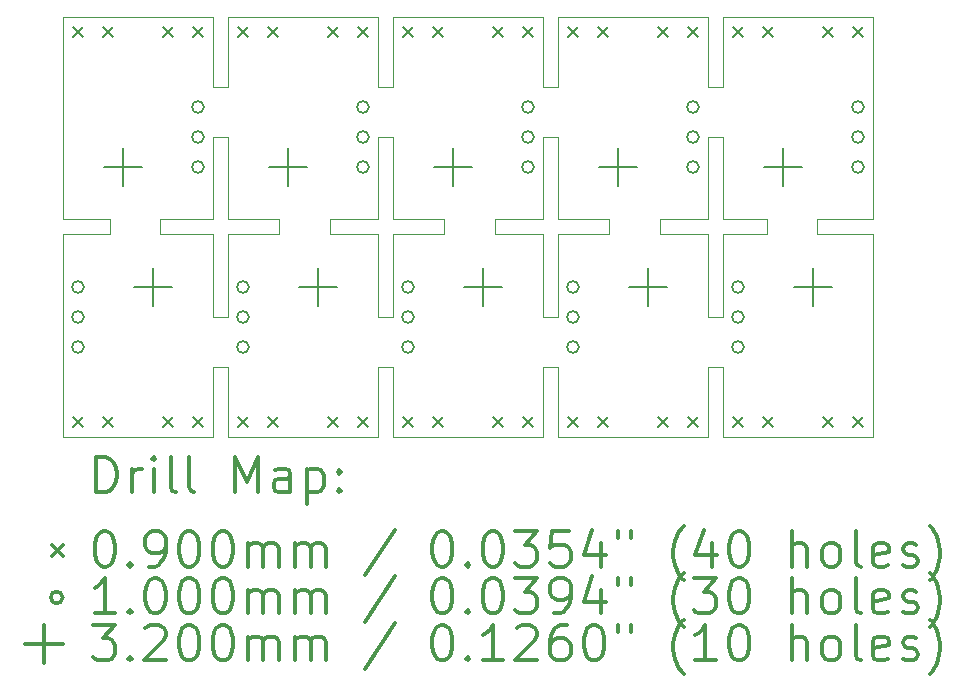
<source format=gbr>
%FSLAX45Y45*%
G04 Gerber Fmt 4.5, Leading zero omitted, Abs format (unit mm)*
G04 Created by KiCad (PCBNEW (5.1.10)-1) date 2022-10-12 21:43:41*
%MOMM*%
%LPD*%
G01*
G04 APERTURE LIST*
%TA.AperFunction,Profile*%
%ADD10C,0.050000*%
%TD*%
%ADD11C,0.200000*%
%ADD12C,0.300000*%
G04 APERTURE END LIST*
D10*
X17399000Y-9461500D02*
X16991000Y-9461500D01*
X17399000Y-10160000D02*
X17399000Y-9461500D01*
X17526000Y-10160000D02*
X17399000Y-10160000D01*
X17526000Y-9461500D02*
X17526000Y-10160000D01*
X17895900Y-9461500D02*
X17526000Y-9461500D01*
X17895900Y-9334500D02*
X17895900Y-9461500D01*
X17526000Y-9334500D02*
X17895900Y-9334500D01*
X17526000Y-8636000D02*
X17526000Y-9334500D01*
X17399000Y-8636000D02*
X17526000Y-8636000D01*
X17399000Y-9334500D02*
X17399000Y-8636000D01*
X16991000Y-9334500D02*
X17399000Y-9334500D01*
X16991000Y-9461500D02*
X16991000Y-9334500D01*
X16002000Y-9461500D02*
X15594000Y-9461500D01*
X16002000Y-10160000D02*
X16002000Y-9461500D01*
X16129000Y-10160000D02*
X16002000Y-10160000D01*
X16129000Y-9461500D02*
X16129000Y-10160000D01*
X16564000Y-9461500D02*
X16129000Y-9461500D01*
X16564000Y-9334500D02*
X16564000Y-9461500D01*
X16129000Y-9334500D02*
X16564000Y-9334500D01*
X16129000Y-8636000D02*
X16129000Y-9334500D01*
X16002000Y-8636000D02*
X16129000Y-8636000D01*
X16002000Y-9334500D02*
X16002000Y-8636000D01*
X15594000Y-9334500D02*
X16002000Y-9334500D01*
X15594000Y-9461500D02*
X15594000Y-9334500D01*
X14605000Y-9461500D02*
X14197000Y-9461500D01*
X14605000Y-10160000D02*
X14605000Y-9461500D01*
X14732000Y-10160000D02*
X14605000Y-10160000D01*
X14732000Y-9461500D02*
X14732000Y-10160000D01*
X15167000Y-9461500D02*
X14732000Y-9461500D01*
X15167000Y-9334500D02*
X15167000Y-9461500D01*
X14732000Y-9334500D02*
X15167000Y-9334500D01*
X14732000Y-8636000D02*
X14732000Y-9334500D01*
X14605000Y-8636000D02*
X14732000Y-8636000D01*
X14605000Y-9334500D02*
X14605000Y-8636000D01*
X14197000Y-9334500D02*
X14605000Y-9334500D01*
X14197000Y-9334500D02*
X14197000Y-9461500D01*
X13208000Y-9461500D02*
X12761900Y-9461500D01*
X13208000Y-10160000D02*
X13208000Y-9461500D01*
X13335000Y-10160000D02*
X13208000Y-10160000D01*
X13335000Y-9461500D02*
X13335000Y-10160000D01*
X13770000Y-9461500D02*
X13335000Y-9461500D01*
X13770000Y-9334500D02*
X13770000Y-9461500D01*
X13335000Y-9334500D02*
X13770000Y-9334500D01*
X13335000Y-8636000D02*
X13335000Y-9334500D01*
X13208000Y-8636000D02*
X13335000Y-8636000D01*
X13208000Y-9334500D02*
X13208000Y-8636000D01*
X12761900Y-9334500D02*
X13208000Y-9334500D01*
X12761900Y-9461500D02*
X12761900Y-9334500D01*
X12334900Y-9461500D02*
X12334900Y-9334500D01*
X11938000Y-9461500D02*
X12334900Y-9461500D01*
X11938000Y-9334500D02*
X12334900Y-9334500D01*
X11938000Y-7620000D02*
X11938000Y-9334500D01*
X11938000Y-9563100D02*
X11938000Y-9461500D01*
X11938000Y-11176000D02*
X11938000Y-9563100D01*
X13208000Y-11176000D02*
X11938000Y-11176000D01*
X13208000Y-10587000D02*
X13208000Y-11176000D01*
X13335000Y-10587000D02*
X13208000Y-10587000D01*
X13335000Y-11176000D02*
X13335000Y-10587000D01*
X14605000Y-11176000D02*
X13335000Y-11176000D01*
X14605000Y-10587000D02*
X14605000Y-11176000D01*
X14732000Y-10587000D02*
X14605000Y-10587000D01*
X14732000Y-11176000D02*
X14732000Y-10587000D01*
X16002000Y-11176000D02*
X14732000Y-11176000D01*
X16002000Y-10587000D02*
X16002000Y-11176000D01*
X16129000Y-10587000D02*
X16002000Y-10587000D01*
X16129000Y-11176000D02*
X16129000Y-10587000D01*
X17399000Y-11176000D02*
X16129000Y-11176000D01*
X17399000Y-11163300D02*
X17399000Y-11176000D01*
X17399000Y-10587000D02*
X17399000Y-11163300D01*
X17526000Y-10587000D02*
X17399000Y-10587000D01*
X17526000Y-11176000D02*
X17526000Y-10587000D01*
X18796000Y-11176000D02*
X17526000Y-11176000D01*
X18322900Y-9334500D02*
X18796000Y-9334500D01*
X18322900Y-9461500D02*
X18322900Y-9334500D01*
X18796000Y-9461500D02*
X18322900Y-9461500D01*
X18796000Y-9563100D02*
X18796000Y-9461500D01*
X18796000Y-9245600D02*
X18796000Y-9334500D01*
X18796000Y-11176000D02*
X18796000Y-9563100D01*
X18796000Y-7620000D02*
X18796000Y-9245600D01*
X17526000Y-7620000D02*
X18796000Y-7620000D01*
X17526000Y-8209000D02*
X17526000Y-7620000D01*
X17399000Y-8209000D02*
X17526000Y-8209000D01*
X17399000Y-7620000D02*
X17399000Y-8209000D01*
X16129000Y-7620000D02*
X17399000Y-7620000D01*
X16129000Y-8209000D02*
X16129000Y-7620000D01*
X16002000Y-8209000D02*
X16129000Y-8209000D01*
X16002000Y-7620000D02*
X16002000Y-8209000D01*
X14732000Y-7620000D02*
X16002000Y-7620000D01*
X14732000Y-8209000D02*
X14732000Y-7620000D01*
X14605000Y-8209000D02*
X14732000Y-8209000D01*
X14605000Y-7620000D02*
X14605000Y-8209000D01*
X13335000Y-7620000D02*
X14605000Y-7620000D01*
X13335000Y-8209000D02*
X13335000Y-7620000D01*
X13208000Y-8209000D02*
X13335000Y-8209000D01*
X13208000Y-7620000D02*
X13208000Y-8209000D01*
X11938000Y-7620000D02*
X13208000Y-7620000D01*
D11*
X12020000Y-7702000D02*
X12110000Y-7792000D01*
X12110000Y-7702000D02*
X12020000Y-7792000D01*
X12020000Y-11004000D02*
X12110000Y-11094000D01*
X12110000Y-11004000D02*
X12020000Y-11094000D01*
X12274000Y-7702000D02*
X12364000Y-7792000D01*
X12364000Y-7702000D02*
X12274000Y-7792000D01*
X12274000Y-11004000D02*
X12364000Y-11094000D01*
X12364000Y-11004000D02*
X12274000Y-11094000D01*
X12782000Y-7702000D02*
X12872000Y-7792000D01*
X12872000Y-7702000D02*
X12782000Y-7792000D01*
X12782000Y-11004000D02*
X12872000Y-11094000D01*
X12872000Y-11004000D02*
X12782000Y-11094000D01*
X13036000Y-7702000D02*
X13126000Y-7792000D01*
X13126000Y-7702000D02*
X13036000Y-7792000D01*
X13036000Y-11004000D02*
X13126000Y-11094000D01*
X13126000Y-11004000D02*
X13036000Y-11094000D01*
X13417000Y-7702000D02*
X13507000Y-7792000D01*
X13507000Y-7702000D02*
X13417000Y-7792000D01*
X13417000Y-11004000D02*
X13507000Y-11094000D01*
X13507000Y-11004000D02*
X13417000Y-11094000D01*
X13671000Y-7702000D02*
X13761000Y-7792000D01*
X13761000Y-7702000D02*
X13671000Y-7792000D01*
X13671000Y-11004000D02*
X13761000Y-11094000D01*
X13761000Y-11004000D02*
X13671000Y-11094000D01*
X14179000Y-7702000D02*
X14269000Y-7792000D01*
X14269000Y-7702000D02*
X14179000Y-7792000D01*
X14179000Y-11004000D02*
X14269000Y-11094000D01*
X14269000Y-11004000D02*
X14179000Y-11094000D01*
X14433000Y-7702000D02*
X14523000Y-7792000D01*
X14523000Y-7702000D02*
X14433000Y-7792000D01*
X14433000Y-11004000D02*
X14523000Y-11094000D01*
X14523000Y-11004000D02*
X14433000Y-11094000D01*
X14814000Y-7702000D02*
X14904000Y-7792000D01*
X14904000Y-7702000D02*
X14814000Y-7792000D01*
X14814000Y-11004000D02*
X14904000Y-11094000D01*
X14904000Y-11004000D02*
X14814000Y-11094000D01*
X15068000Y-7702000D02*
X15158000Y-7792000D01*
X15158000Y-7702000D02*
X15068000Y-7792000D01*
X15068000Y-11004000D02*
X15158000Y-11094000D01*
X15158000Y-11004000D02*
X15068000Y-11094000D01*
X15576000Y-7702000D02*
X15666000Y-7792000D01*
X15666000Y-7702000D02*
X15576000Y-7792000D01*
X15576000Y-11004000D02*
X15666000Y-11094000D01*
X15666000Y-11004000D02*
X15576000Y-11094000D01*
X15830000Y-7702000D02*
X15920000Y-7792000D01*
X15920000Y-7702000D02*
X15830000Y-7792000D01*
X15830000Y-11004000D02*
X15920000Y-11094000D01*
X15920000Y-11004000D02*
X15830000Y-11094000D01*
X16211000Y-7702000D02*
X16301000Y-7792000D01*
X16301000Y-7702000D02*
X16211000Y-7792000D01*
X16211000Y-11004000D02*
X16301000Y-11094000D01*
X16301000Y-11004000D02*
X16211000Y-11094000D01*
X16465000Y-7702000D02*
X16555000Y-7792000D01*
X16555000Y-7702000D02*
X16465000Y-7792000D01*
X16465000Y-11004000D02*
X16555000Y-11094000D01*
X16555000Y-11004000D02*
X16465000Y-11094000D01*
X16973000Y-7702000D02*
X17063000Y-7792000D01*
X17063000Y-7702000D02*
X16973000Y-7792000D01*
X16973000Y-11004000D02*
X17063000Y-11094000D01*
X17063000Y-11004000D02*
X16973000Y-11094000D01*
X17227000Y-7702000D02*
X17317000Y-7792000D01*
X17317000Y-7702000D02*
X17227000Y-7792000D01*
X17227000Y-11004000D02*
X17317000Y-11094000D01*
X17317000Y-11004000D02*
X17227000Y-11094000D01*
X17608000Y-7702000D02*
X17698000Y-7792000D01*
X17698000Y-7702000D02*
X17608000Y-7792000D01*
X17608000Y-11004000D02*
X17698000Y-11094000D01*
X17698000Y-11004000D02*
X17608000Y-11094000D01*
X17862000Y-7702000D02*
X17952000Y-7792000D01*
X17952000Y-7702000D02*
X17862000Y-7792000D01*
X17862000Y-11004000D02*
X17952000Y-11094000D01*
X17952000Y-11004000D02*
X17862000Y-11094000D01*
X18370000Y-7702000D02*
X18460000Y-7792000D01*
X18460000Y-7702000D02*
X18370000Y-7792000D01*
X18370000Y-11004000D02*
X18460000Y-11094000D01*
X18460000Y-11004000D02*
X18370000Y-11094000D01*
X18624000Y-7702000D02*
X18714000Y-7792000D01*
X18714000Y-7702000D02*
X18624000Y-7792000D01*
X18624000Y-11004000D02*
X18714000Y-11094000D01*
X18714000Y-11004000D02*
X18624000Y-11094000D01*
X12115000Y-9906000D02*
G75*
G03*
X12115000Y-9906000I-50000J0D01*
G01*
X12115000Y-10160000D02*
G75*
G03*
X12115000Y-10160000I-50000J0D01*
G01*
X12115000Y-10414000D02*
G75*
G03*
X12115000Y-10414000I-50000J0D01*
G01*
X13131000Y-8382000D02*
G75*
G03*
X13131000Y-8382000I-50000J0D01*
G01*
X13131000Y-8636000D02*
G75*
G03*
X13131000Y-8636000I-50000J0D01*
G01*
X13131000Y-8890000D02*
G75*
G03*
X13131000Y-8890000I-50000J0D01*
G01*
X13512000Y-9906000D02*
G75*
G03*
X13512000Y-9906000I-50000J0D01*
G01*
X13512000Y-10160000D02*
G75*
G03*
X13512000Y-10160000I-50000J0D01*
G01*
X13512000Y-10414000D02*
G75*
G03*
X13512000Y-10414000I-50000J0D01*
G01*
X14528000Y-8382000D02*
G75*
G03*
X14528000Y-8382000I-50000J0D01*
G01*
X14528000Y-8636000D02*
G75*
G03*
X14528000Y-8636000I-50000J0D01*
G01*
X14528000Y-8890000D02*
G75*
G03*
X14528000Y-8890000I-50000J0D01*
G01*
X14909000Y-9906000D02*
G75*
G03*
X14909000Y-9906000I-50000J0D01*
G01*
X14909000Y-10160000D02*
G75*
G03*
X14909000Y-10160000I-50000J0D01*
G01*
X14909000Y-10414000D02*
G75*
G03*
X14909000Y-10414000I-50000J0D01*
G01*
X15925000Y-8382000D02*
G75*
G03*
X15925000Y-8382000I-50000J0D01*
G01*
X15925000Y-8636000D02*
G75*
G03*
X15925000Y-8636000I-50000J0D01*
G01*
X15925000Y-8890000D02*
G75*
G03*
X15925000Y-8890000I-50000J0D01*
G01*
X16306000Y-9906000D02*
G75*
G03*
X16306000Y-9906000I-50000J0D01*
G01*
X16306000Y-10160000D02*
G75*
G03*
X16306000Y-10160000I-50000J0D01*
G01*
X16306000Y-10414000D02*
G75*
G03*
X16306000Y-10414000I-50000J0D01*
G01*
X17322000Y-8382000D02*
G75*
G03*
X17322000Y-8382000I-50000J0D01*
G01*
X17322000Y-8636000D02*
G75*
G03*
X17322000Y-8636000I-50000J0D01*
G01*
X17322000Y-8890000D02*
G75*
G03*
X17322000Y-8890000I-50000J0D01*
G01*
X17703000Y-9906000D02*
G75*
G03*
X17703000Y-9906000I-50000J0D01*
G01*
X17703000Y-10160000D02*
G75*
G03*
X17703000Y-10160000I-50000J0D01*
G01*
X17703000Y-10414000D02*
G75*
G03*
X17703000Y-10414000I-50000J0D01*
G01*
X18719000Y-8382000D02*
G75*
G03*
X18719000Y-8382000I-50000J0D01*
G01*
X18719000Y-8636000D02*
G75*
G03*
X18719000Y-8636000I-50000J0D01*
G01*
X18719000Y-8890000D02*
G75*
G03*
X18719000Y-8890000I-50000J0D01*
G01*
X12446000Y-8730000D02*
X12446000Y-9050000D01*
X12286000Y-8890000D02*
X12606000Y-8890000D01*
X12700000Y-9746000D02*
X12700000Y-10066000D01*
X12540000Y-9906000D02*
X12860000Y-9906000D01*
X13843000Y-8730000D02*
X13843000Y-9050000D01*
X13683000Y-8890000D02*
X14003000Y-8890000D01*
X14097000Y-9746000D02*
X14097000Y-10066000D01*
X13937000Y-9906000D02*
X14257000Y-9906000D01*
X15240000Y-8730000D02*
X15240000Y-9050000D01*
X15080000Y-8890000D02*
X15400000Y-8890000D01*
X15494000Y-9746000D02*
X15494000Y-10066000D01*
X15334000Y-9906000D02*
X15654000Y-9906000D01*
X16637000Y-8730000D02*
X16637000Y-9050000D01*
X16477000Y-8890000D02*
X16797000Y-8890000D01*
X16891000Y-9746000D02*
X16891000Y-10066000D01*
X16731000Y-9906000D02*
X17051000Y-9906000D01*
X18034000Y-8730000D02*
X18034000Y-9050000D01*
X17874000Y-8890000D02*
X18194000Y-8890000D01*
X18288000Y-9746000D02*
X18288000Y-10066000D01*
X18128000Y-9906000D02*
X18448000Y-9906000D01*
D12*
X12221928Y-11644214D02*
X12221928Y-11344214D01*
X12293357Y-11344214D01*
X12336214Y-11358500D01*
X12364786Y-11387071D01*
X12379071Y-11415643D01*
X12393357Y-11472786D01*
X12393357Y-11515643D01*
X12379071Y-11572786D01*
X12364786Y-11601357D01*
X12336214Y-11629929D01*
X12293357Y-11644214D01*
X12221928Y-11644214D01*
X12521928Y-11644214D02*
X12521928Y-11444214D01*
X12521928Y-11501357D02*
X12536214Y-11472786D01*
X12550500Y-11458500D01*
X12579071Y-11444214D01*
X12607643Y-11444214D01*
X12707643Y-11644214D02*
X12707643Y-11444214D01*
X12707643Y-11344214D02*
X12693357Y-11358500D01*
X12707643Y-11372786D01*
X12721928Y-11358500D01*
X12707643Y-11344214D01*
X12707643Y-11372786D01*
X12893357Y-11644214D02*
X12864786Y-11629929D01*
X12850500Y-11601357D01*
X12850500Y-11344214D01*
X13050500Y-11644214D02*
X13021928Y-11629929D01*
X13007643Y-11601357D01*
X13007643Y-11344214D01*
X13393357Y-11644214D02*
X13393357Y-11344214D01*
X13493357Y-11558500D01*
X13593357Y-11344214D01*
X13593357Y-11644214D01*
X13864786Y-11644214D02*
X13864786Y-11487071D01*
X13850500Y-11458500D01*
X13821928Y-11444214D01*
X13764786Y-11444214D01*
X13736214Y-11458500D01*
X13864786Y-11629929D02*
X13836214Y-11644214D01*
X13764786Y-11644214D01*
X13736214Y-11629929D01*
X13721928Y-11601357D01*
X13721928Y-11572786D01*
X13736214Y-11544214D01*
X13764786Y-11529929D01*
X13836214Y-11529929D01*
X13864786Y-11515643D01*
X14007643Y-11444214D02*
X14007643Y-11744214D01*
X14007643Y-11458500D02*
X14036214Y-11444214D01*
X14093357Y-11444214D01*
X14121928Y-11458500D01*
X14136214Y-11472786D01*
X14150500Y-11501357D01*
X14150500Y-11587071D01*
X14136214Y-11615643D01*
X14121928Y-11629929D01*
X14093357Y-11644214D01*
X14036214Y-11644214D01*
X14007643Y-11629929D01*
X14279071Y-11615643D02*
X14293357Y-11629929D01*
X14279071Y-11644214D01*
X14264786Y-11629929D01*
X14279071Y-11615643D01*
X14279071Y-11644214D01*
X14279071Y-11458500D02*
X14293357Y-11472786D01*
X14279071Y-11487071D01*
X14264786Y-11472786D01*
X14279071Y-11458500D01*
X14279071Y-11487071D01*
X11845500Y-12093500D02*
X11935500Y-12183500D01*
X11935500Y-12093500D02*
X11845500Y-12183500D01*
X12279071Y-11974214D02*
X12307643Y-11974214D01*
X12336214Y-11988500D01*
X12350500Y-12002786D01*
X12364786Y-12031357D01*
X12379071Y-12088500D01*
X12379071Y-12159929D01*
X12364786Y-12217071D01*
X12350500Y-12245643D01*
X12336214Y-12259929D01*
X12307643Y-12274214D01*
X12279071Y-12274214D01*
X12250500Y-12259929D01*
X12236214Y-12245643D01*
X12221928Y-12217071D01*
X12207643Y-12159929D01*
X12207643Y-12088500D01*
X12221928Y-12031357D01*
X12236214Y-12002786D01*
X12250500Y-11988500D01*
X12279071Y-11974214D01*
X12507643Y-12245643D02*
X12521928Y-12259929D01*
X12507643Y-12274214D01*
X12493357Y-12259929D01*
X12507643Y-12245643D01*
X12507643Y-12274214D01*
X12664786Y-12274214D02*
X12721928Y-12274214D01*
X12750500Y-12259929D01*
X12764786Y-12245643D01*
X12793357Y-12202786D01*
X12807643Y-12145643D01*
X12807643Y-12031357D01*
X12793357Y-12002786D01*
X12779071Y-11988500D01*
X12750500Y-11974214D01*
X12693357Y-11974214D01*
X12664786Y-11988500D01*
X12650500Y-12002786D01*
X12636214Y-12031357D01*
X12636214Y-12102786D01*
X12650500Y-12131357D01*
X12664786Y-12145643D01*
X12693357Y-12159929D01*
X12750500Y-12159929D01*
X12779071Y-12145643D01*
X12793357Y-12131357D01*
X12807643Y-12102786D01*
X12993357Y-11974214D02*
X13021928Y-11974214D01*
X13050500Y-11988500D01*
X13064786Y-12002786D01*
X13079071Y-12031357D01*
X13093357Y-12088500D01*
X13093357Y-12159929D01*
X13079071Y-12217071D01*
X13064786Y-12245643D01*
X13050500Y-12259929D01*
X13021928Y-12274214D01*
X12993357Y-12274214D01*
X12964786Y-12259929D01*
X12950500Y-12245643D01*
X12936214Y-12217071D01*
X12921928Y-12159929D01*
X12921928Y-12088500D01*
X12936214Y-12031357D01*
X12950500Y-12002786D01*
X12964786Y-11988500D01*
X12993357Y-11974214D01*
X13279071Y-11974214D02*
X13307643Y-11974214D01*
X13336214Y-11988500D01*
X13350500Y-12002786D01*
X13364786Y-12031357D01*
X13379071Y-12088500D01*
X13379071Y-12159929D01*
X13364786Y-12217071D01*
X13350500Y-12245643D01*
X13336214Y-12259929D01*
X13307643Y-12274214D01*
X13279071Y-12274214D01*
X13250500Y-12259929D01*
X13236214Y-12245643D01*
X13221928Y-12217071D01*
X13207643Y-12159929D01*
X13207643Y-12088500D01*
X13221928Y-12031357D01*
X13236214Y-12002786D01*
X13250500Y-11988500D01*
X13279071Y-11974214D01*
X13507643Y-12274214D02*
X13507643Y-12074214D01*
X13507643Y-12102786D02*
X13521928Y-12088500D01*
X13550500Y-12074214D01*
X13593357Y-12074214D01*
X13621928Y-12088500D01*
X13636214Y-12117071D01*
X13636214Y-12274214D01*
X13636214Y-12117071D02*
X13650500Y-12088500D01*
X13679071Y-12074214D01*
X13721928Y-12074214D01*
X13750500Y-12088500D01*
X13764786Y-12117071D01*
X13764786Y-12274214D01*
X13907643Y-12274214D02*
X13907643Y-12074214D01*
X13907643Y-12102786D02*
X13921928Y-12088500D01*
X13950500Y-12074214D01*
X13993357Y-12074214D01*
X14021928Y-12088500D01*
X14036214Y-12117071D01*
X14036214Y-12274214D01*
X14036214Y-12117071D02*
X14050500Y-12088500D01*
X14079071Y-12074214D01*
X14121928Y-12074214D01*
X14150500Y-12088500D01*
X14164786Y-12117071D01*
X14164786Y-12274214D01*
X14750500Y-11959929D02*
X14493357Y-12345643D01*
X15136214Y-11974214D02*
X15164786Y-11974214D01*
X15193357Y-11988500D01*
X15207643Y-12002786D01*
X15221928Y-12031357D01*
X15236214Y-12088500D01*
X15236214Y-12159929D01*
X15221928Y-12217071D01*
X15207643Y-12245643D01*
X15193357Y-12259929D01*
X15164786Y-12274214D01*
X15136214Y-12274214D01*
X15107643Y-12259929D01*
X15093357Y-12245643D01*
X15079071Y-12217071D01*
X15064786Y-12159929D01*
X15064786Y-12088500D01*
X15079071Y-12031357D01*
X15093357Y-12002786D01*
X15107643Y-11988500D01*
X15136214Y-11974214D01*
X15364786Y-12245643D02*
X15379071Y-12259929D01*
X15364786Y-12274214D01*
X15350500Y-12259929D01*
X15364786Y-12245643D01*
X15364786Y-12274214D01*
X15564786Y-11974214D02*
X15593357Y-11974214D01*
X15621928Y-11988500D01*
X15636214Y-12002786D01*
X15650500Y-12031357D01*
X15664786Y-12088500D01*
X15664786Y-12159929D01*
X15650500Y-12217071D01*
X15636214Y-12245643D01*
X15621928Y-12259929D01*
X15593357Y-12274214D01*
X15564786Y-12274214D01*
X15536214Y-12259929D01*
X15521928Y-12245643D01*
X15507643Y-12217071D01*
X15493357Y-12159929D01*
X15493357Y-12088500D01*
X15507643Y-12031357D01*
X15521928Y-12002786D01*
X15536214Y-11988500D01*
X15564786Y-11974214D01*
X15764786Y-11974214D02*
X15950500Y-11974214D01*
X15850500Y-12088500D01*
X15893357Y-12088500D01*
X15921928Y-12102786D01*
X15936214Y-12117071D01*
X15950500Y-12145643D01*
X15950500Y-12217071D01*
X15936214Y-12245643D01*
X15921928Y-12259929D01*
X15893357Y-12274214D01*
X15807643Y-12274214D01*
X15779071Y-12259929D01*
X15764786Y-12245643D01*
X16221928Y-11974214D02*
X16079071Y-11974214D01*
X16064786Y-12117071D01*
X16079071Y-12102786D01*
X16107643Y-12088500D01*
X16179071Y-12088500D01*
X16207643Y-12102786D01*
X16221928Y-12117071D01*
X16236214Y-12145643D01*
X16236214Y-12217071D01*
X16221928Y-12245643D01*
X16207643Y-12259929D01*
X16179071Y-12274214D01*
X16107643Y-12274214D01*
X16079071Y-12259929D01*
X16064786Y-12245643D01*
X16493357Y-12074214D02*
X16493357Y-12274214D01*
X16421928Y-11959929D02*
X16350500Y-12174214D01*
X16536214Y-12174214D01*
X16636214Y-11974214D02*
X16636214Y-12031357D01*
X16750500Y-11974214D02*
X16750500Y-12031357D01*
X17193357Y-12388500D02*
X17179071Y-12374214D01*
X17150500Y-12331357D01*
X17136214Y-12302786D01*
X17121928Y-12259929D01*
X17107643Y-12188500D01*
X17107643Y-12131357D01*
X17121928Y-12059929D01*
X17136214Y-12017071D01*
X17150500Y-11988500D01*
X17179071Y-11945643D01*
X17193357Y-11931357D01*
X17436214Y-12074214D02*
X17436214Y-12274214D01*
X17364786Y-11959929D02*
X17293357Y-12174214D01*
X17479071Y-12174214D01*
X17650500Y-11974214D02*
X17679071Y-11974214D01*
X17707643Y-11988500D01*
X17721928Y-12002786D01*
X17736214Y-12031357D01*
X17750500Y-12088500D01*
X17750500Y-12159929D01*
X17736214Y-12217071D01*
X17721928Y-12245643D01*
X17707643Y-12259929D01*
X17679071Y-12274214D01*
X17650500Y-12274214D01*
X17621928Y-12259929D01*
X17607643Y-12245643D01*
X17593357Y-12217071D01*
X17579071Y-12159929D01*
X17579071Y-12088500D01*
X17593357Y-12031357D01*
X17607643Y-12002786D01*
X17621928Y-11988500D01*
X17650500Y-11974214D01*
X18107643Y-12274214D02*
X18107643Y-11974214D01*
X18236214Y-12274214D02*
X18236214Y-12117071D01*
X18221928Y-12088500D01*
X18193357Y-12074214D01*
X18150500Y-12074214D01*
X18121928Y-12088500D01*
X18107643Y-12102786D01*
X18421928Y-12274214D02*
X18393357Y-12259929D01*
X18379071Y-12245643D01*
X18364786Y-12217071D01*
X18364786Y-12131357D01*
X18379071Y-12102786D01*
X18393357Y-12088500D01*
X18421928Y-12074214D01*
X18464786Y-12074214D01*
X18493357Y-12088500D01*
X18507643Y-12102786D01*
X18521928Y-12131357D01*
X18521928Y-12217071D01*
X18507643Y-12245643D01*
X18493357Y-12259929D01*
X18464786Y-12274214D01*
X18421928Y-12274214D01*
X18693357Y-12274214D02*
X18664786Y-12259929D01*
X18650500Y-12231357D01*
X18650500Y-11974214D01*
X18921928Y-12259929D02*
X18893357Y-12274214D01*
X18836214Y-12274214D01*
X18807643Y-12259929D01*
X18793357Y-12231357D01*
X18793357Y-12117071D01*
X18807643Y-12088500D01*
X18836214Y-12074214D01*
X18893357Y-12074214D01*
X18921928Y-12088500D01*
X18936214Y-12117071D01*
X18936214Y-12145643D01*
X18793357Y-12174214D01*
X19050500Y-12259929D02*
X19079071Y-12274214D01*
X19136214Y-12274214D01*
X19164786Y-12259929D01*
X19179071Y-12231357D01*
X19179071Y-12217071D01*
X19164786Y-12188500D01*
X19136214Y-12174214D01*
X19093357Y-12174214D01*
X19064786Y-12159929D01*
X19050500Y-12131357D01*
X19050500Y-12117071D01*
X19064786Y-12088500D01*
X19093357Y-12074214D01*
X19136214Y-12074214D01*
X19164786Y-12088500D01*
X19279071Y-12388500D02*
X19293357Y-12374214D01*
X19321928Y-12331357D01*
X19336214Y-12302786D01*
X19350500Y-12259929D01*
X19364786Y-12188500D01*
X19364786Y-12131357D01*
X19350500Y-12059929D01*
X19336214Y-12017071D01*
X19321928Y-11988500D01*
X19293357Y-11945643D01*
X19279071Y-11931357D01*
X11935500Y-12534500D02*
G75*
G03*
X11935500Y-12534500I-50000J0D01*
G01*
X12379071Y-12670214D02*
X12207643Y-12670214D01*
X12293357Y-12670214D02*
X12293357Y-12370214D01*
X12264786Y-12413071D01*
X12236214Y-12441643D01*
X12207643Y-12455929D01*
X12507643Y-12641643D02*
X12521928Y-12655929D01*
X12507643Y-12670214D01*
X12493357Y-12655929D01*
X12507643Y-12641643D01*
X12507643Y-12670214D01*
X12707643Y-12370214D02*
X12736214Y-12370214D01*
X12764786Y-12384500D01*
X12779071Y-12398786D01*
X12793357Y-12427357D01*
X12807643Y-12484500D01*
X12807643Y-12555929D01*
X12793357Y-12613071D01*
X12779071Y-12641643D01*
X12764786Y-12655929D01*
X12736214Y-12670214D01*
X12707643Y-12670214D01*
X12679071Y-12655929D01*
X12664786Y-12641643D01*
X12650500Y-12613071D01*
X12636214Y-12555929D01*
X12636214Y-12484500D01*
X12650500Y-12427357D01*
X12664786Y-12398786D01*
X12679071Y-12384500D01*
X12707643Y-12370214D01*
X12993357Y-12370214D02*
X13021928Y-12370214D01*
X13050500Y-12384500D01*
X13064786Y-12398786D01*
X13079071Y-12427357D01*
X13093357Y-12484500D01*
X13093357Y-12555929D01*
X13079071Y-12613071D01*
X13064786Y-12641643D01*
X13050500Y-12655929D01*
X13021928Y-12670214D01*
X12993357Y-12670214D01*
X12964786Y-12655929D01*
X12950500Y-12641643D01*
X12936214Y-12613071D01*
X12921928Y-12555929D01*
X12921928Y-12484500D01*
X12936214Y-12427357D01*
X12950500Y-12398786D01*
X12964786Y-12384500D01*
X12993357Y-12370214D01*
X13279071Y-12370214D02*
X13307643Y-12370214D01*
X13336214Y-12384500D01*
X13350500Y-12398786D01*
X13364786Y-12427357D01*
X13379071Y-12484500D01*
X13379071Y-12555929D01*
X13364786Y-12613071D01*
X13350500Y-12641643D01*
X13336214Y-12655929D01*
X13307643Y-12670214D01*
X13279071Y-12670214D01*
X13250500Y-12655929D01*
X13236214Y-12641643D01*
X13221928Y-12613071D01*
X13207643Y-12555929D01*
X13207643Y-12484500D01*
X13221928Y-12427357D01*
X13236214Y-12398786D01*
X13250500Y-12384500D01*
X13279071Y-12370214D01*
X13507643Y-12670214D02*
X13507643Y-12470214D01*
X13507643Y-12498786D02*
X13521928Y-12484500D01*
X13550500Y-12470214D01*
X13593357Y-12470214D01*
X13621928Y-12484500D01*
X13636214Y-12513071D01*
X13636214Y-12670214D01*
X13636214Y-12513071D02*
X13650500Y-12484500D01*
X13679071Y-12470214D01*
X13721928Y-12470214D01*
X13750500Y-12484500D01*
X13764786Y-12513071D01*
X13764786Y-12670214D01*
X13907643Y-12670214D02*
X13907643Y-12470214D01*
X13907643Y-12498786D02*
X13921928Y-12484500D01*
X13950500Y-12470214D01*
X13993357Y-12470214D01*
X14021928Y-12484500D01*
X14036214Y-12513071D01*
X14036214Y-12670214D01*
X14036214Y-12513071D02*
X14050500Y-12484500D01*
X14079071Y-12470214D01*
X14121928Y-12470214D01*
X14150500Y-12484500D01*
X14164786Y-12513071D01*
X14164786Y-12670214D01*
X14750500Y-12355929D02*
X14493357Y-12741643D01*
X15136214Y-12370214D02*
X15164786Y-12370214D01*
X15193357Y-12384500D01*
X15207643Y-12398786D01*
X15221928Y-12427357D01*
X15236214Y-12484500D01*
X15236214Y-12555929D01*
X15221928Y-12613071D01*
X15207643Y-12641643D01*
X15193357Y-12655929D01*
X15164786Y-12670214D01*
X15136214Y-12670214D01*
X15107643Y-12655929D01*
X15093357Y-12641643D01*
X15079071Y-12613071D01*
X15064786Y-12555929D01*
X15064786Y-12484500D01*
X15079071Y-12427357D01*
X15093357Y-12398786D01*
X15107643Y-12384500D01*
X15136214Y-12370214D01*
X15364786Y-12641643D02*
X15379071Y-12655929D01*
X15364786Y-12670214D01*
X15350500Y-12655929D01*
X15364786Y-12641643D01*
X15364786Y-12670214D01*
X15564786Y-12370214D02*
X15593357Y-12370214D01*
X15621928Y-12384500D01*
X15636214Y-12398786D01*
X15650500Y-12427357D01*
X15664786Y-12484500D01*
X15664786Y-12555929D01*
X15650500Y-12613071D01*
X15636214Y-12641643D01*
X15621928Y-12655929D01*
X15593357Y-12670214D01*
X15564786Y-12670214D01*
X15536214Y-12655929D01*
X15521928Y-12641643D01*
X15507643Y-12613071D01*
X15493357Y-12555929D01*
X15493357Y-12484500D01*
X15507643Y-12427357D01*
X15521928Y-12398786D01*
X15536214Y-12384500D01*
X15564786Y-12370214D01*
X15764786Y-12370214D02*
X15950500Y-12370214D01*
X15850500Y-12484500D01*
X15893357Y-12484500D01*
X15921928Y-12498786D01*
X15936214Y-12513071D01*
X15950500Y-12541643D01*
X15950500Y-12613071D01*
X15936214Y-12641643D01*
X15921928Y-12655929D01*
X15893357Y-12670214D01*
X15807643Y-12670214D01*
X15779071Y-12655929D01*
X15764786Y-12641643D01*
X16093357Y-12670214D02*
X16150500Y-12670214D01*
X16179071Y-12655929D01*
X16193357Y-12641643D01*
X16221928Y-12598786D01*
X16236214Y-12541643D01*
X16236214Y-12427357D01*
X16221928Y-12398786D01*
X16207643Y-12384500D01*
X16179071Y-12370214D01*
X16121928Y-12370214D01*
X16093357Y-12384500D01*
X16079071Y-12398786D01*
X16064786Y-12427357D01*
X16064786Y-12498786D01*
X16079071Y-12527357D01*
X16093357Y-12541643D01*
X16121928Y-12555929D01*
X16179071Y-12555929D01*
X16207643Y-12541643D01*
X16221928Y-12527357D01*
X16236214Y-12498786D01*
X16493357Y-12470214D02*
X16493357Y-12670214D01*
X16421928Y-12355929D02*
X16350500Y-12570214D01*
X16536214Y-12570214D01*
X16636214Y-12370214D02*
X16636214Y-12427357D01*
X16750500Y-12370214D02*
X16750500Y-12427357D01*
X17193357Y-12784500D02*
X17179071Y-12770214D01*
X17150500Y-12727357D01*
X17136214Y-12698786D01*
X17121928Y-12655929D01*
X17107643Y-12584500D01*
X17107643Y-12527357D01*
X17121928Y-12455929D01*
X17136214Y-12413071D01*
X17150500Y-12384500D01*
X17179071Y-12341643D01*
X17193357Y-12327357D01*
X17279071Y-12370214D02*
X17464786Y-12370214D01*
X17364786Y-12484500D01*
X17407643Y-12484500D01*
X17436214Y-12498786D01*
X17450500Y-12513071D01*
X17464786Y-12541643D01*
X17464786Y-12613071D01*
X17450500Y-12641643D01*
X17436214Y-12655929D01*
X17407643Y-12670214D01*
X17321928Y-12670214D01*
X17293357Y-12655929D01*
X17279071Y-12641643D01*
X17650500Y-12370214D02*
X17679071Y-12370214D01*
X17707643Y-12384500D01*
X17721928Y-12398786D01*
X17736214Y-12427357D01*
X17750500Y-12484500D01*
X17750500Y-12555929D01*
X17736214Y-12613071D01*
X17721928Y-12641643D01*
X17707643Y-12655929D01*
X17679071Y-12670214D01*
X17650500Y-12670214D01*
X17621928Y-12655929D01*
X17607643Y-12641643D01*
X17593357Y-12613071D01*
X17579071Y-12555929D01*
X17579071Y-12484500D01*
X17593357Y-12427357D01*
X17607643Y-12398786D01*
X17621928Y-12384500D01*
X17650500Y-12370214D01*
X18107643Y-12670214D02*
X18107643Y-12370214D01*
X18236214Y-12670214D02*
X18236214Y-12513071D01*
X18221928Y-12484500D01*
X18193357Y-12470214D01*
X18150500Y-12470214D01*
X18121928Y-12484500D01*
X18107643Y-12498786D01*
X18421928Y-12670214D02*
X18393357Y-12655929D01*
X18379071Y-12641643D01*
X18364786Y-12613071D01*
X18364786Y-12527357D01*
X18379071Y-12498786D01*
X18393357Y-12484500D01*
X18421928Y-12470214D01*
X18464786Y-12470214D01*
X18493357Y-12484500D01*
X18507643Y-12498786D01*
X18521928Y-12527357D01*
X18521928Y-12613071D01*
X18507643Y-12641643D01*
X18493357Y-12655929D01*
X18464786Y-12670214D01*
X18421928Y-12670214D01*
X18693357Y-12670214D02*
X18664786Y-12655929D01*
X18650500Y-12627357D01*
X18650500Y-12370214D01*
X18921928Y-12655929D02*
X18893357Y-12670214D01*
X18836214Y-12670214D01*
X18807643Y-12655929D01*
X18793357Y-12627357D01*
X18793357Y-12513071D01*
X18807643Y-12484500D01*
X18836214Y-12470214D01*
X18893357Y-12470214D01*
X18921928Y-12484500D01*
X18936214Y-12513071D01*
X18936214Y-12541643D01*
X18793357Y-12570214D01*
X19050500Y-12655929D02*
X19079071Y-12670214D01*
X19136214Y-12670214D01*
X19164786Y-12655929D01*
X19179071Y-12627357D01*
X19179071Y-12613071D01*
X19164786Y-12584500D01*
X19136214Y-12570214D01*
X19093357Y-12570214D01*
X19064786Y-12555929D01*
X19050500Y-12527357D01*
X19050500Y-12513071D01*
X19064786Y-12484500D01*
X19093357Y-12470214D01*
X19136214Y-12470214D01*
X19164786Y-12484500D01*
X19279071Y-12784500D02*
X19293357Y-12770214D01*
X19321928Y-12727357D01*
X19336214Y-12698786D01*
X19350500Y-12655929D01*
X19364786Y-12584500D01*
X19364786Y-12527357D01*
X19350500Y-12455929D01*
X19336214Y-12413071D01*
X19321928Y-12384500D01*
X19293357Y-12341643D01*
X19279071Y-12327357D01*
X11775500Y-12770500D02*
X11775500Y-13090500D01*
X11615500Y-12930500D02*
X11935500Y-12930500D01*
X12193357Y-12766214D02*
X12379071Y-12766214D01*
X12279071Y-12880500D01*
X12321928Y-12880500D01*
X12350500Y-12894786D01*
X12364786Y-12909071D01*
X12379071Y-12937643D01*
X12379071Y-13009071D01*
X12364786Y-13037643D01*
X12350500Y-13051929D01*
X12321928Y-13066214D01*
X12236214Y-13066214D01*
X12207643Y-13051929D01*
X12193357Y-13037643D01*
X12507643Y-13037643D02*
X12521928Y-13051929D01*
X12507643Y-13066214D01*
X12493357Y-13051929D01*
X12507643Y-13037643D01*
X12507643Y-13066214D01*
X12636214Y-12794786D02*
X12650500Y-12780500D01*
X12679071Y-12766214D01*
X12750500Y-12766214D01*
X12779071Y-12780500D01*
X12793357Y-12794786D01*
X12807643Y-12823357D01*
X12807643Y-12851929D01*
X12793357Y-12894786D01*
X12621928Y-13066214D01*
X12807643Y-13066214D01*
X12993357Y-12766214D02*
X13021928Y-12766214D01*
X13050500Y-12780500D01*
X13064786Y-12794786D01*
X13079071Y-12823357D01*
X13093357Y-12880500D01*
X13093357Y-12951929D01*
X13079071Y-13009071D01*
X13064786Y-13037643D01*
X13050500Y-13051929D01*
X13021928Y-13066214D01*
X12993357Y-13066214D01*
X12964786Y-13051929D01*
X12950500Y-13037643D01*
X12936214Y-13009071D01*
X12921928Y-12951929D01*
X12921928Y-12880500D01*
X12936214Y-12823357D01*
X12950500Y-12794786D01*
X12964786Y-12780500D01*
X12993357Y-12766214D01*
X13279071Y-12766214D02*
X13307643Y-12766214D01*
X13336214Y-12780500D01*
X13350500Y-12794786D01*
X13364786Y-12823357D01*
X13379071Y-12880500D01*
X13379071Y-12951929D01*
X13364786Y-13009071D01*
X13350500Y-13037643D01*
X13336214Y-13051929D01*
X13307643Y-13066214D01*
X13279071Y-13066214D01*
X13250500Y-13051929D01*
X13236214Y-13037643D01*
X13221928Y-13009071D01*
X13207643Y-12951929D01*
X13207643Y-12880500D01*
X13221928Y-12823357D01*
X13236214Y-12794786D01*
X13250500Y-12780500D01*
X13279071Y-12766214D01*
X13507643Y-13066214D02*
X13507643Y-12866214D01*
X13507643Y-12894786D02*
X13521928Y-12880500D01*
X13550500Y-12866214D01*
X13593357Y-12866214D01*
X13621928Y-12880500D01*
X13636214Y-12909071D01*
X13636214Y-13066214D01*
X13636214Y-12909071D02*
X13650500Y-12880500D01*
X13679071Y-12866214D01*
X13721928Y-12866214D01*
X13750500Y-12880500D01*
X13764786Y-12909071D01*
X13764786Y-13066214D01*
X13907643Y-13066214D02*
X13907643Y-12866214D01*
X13907643Y-12894786D02*
X13921928Y-12880500D01*
X13950500Y-12866214D01*
X13993357Y-12866214D01*
X14021928Y-12880500D01*
X14036214Y-12909071D01*
X14036214Y-13066214D01*
X14036214Y-12909071D02*
X14050500Y-12880500D01*
X14079071Y-12866214D01*
X14121928Y-12866214D01*
X14150500Y-12880500D01*
X14164786Y-12909071D01*
X14164786Y-13066214D01*
X14750500Y-12751929D02*
X14493357Y-13137643D01*
X15136214Y-12766214D02*
X15164786Y-12766214D01*
X15193357Y-12780500D01*
X15207643Y-12794786D01*
X15221928Y-12823357D01*
X15236214Y-12880500D01*
X15236214Y-12951929D01*
X15221928Y-13009071D01*
X15207643Y-13037643D01*
X15193357Y-13051929D01*
X15164786Y-13066214D01*
X15136214Y-13066214D01*
X15107643Y-13051929D01*
X15093357Y-13037643D01*
X15079071Y-13009071D01*
X15064786Y-12951929D01*
X15064786Y-12880500D01*
X15079071Y-12823357D01*
X15093357Y-12794786D01*
X15107643Y-12780500D01*
X15136214Y-12766214D01*
X15364786Y-13037643D02*
X15379071Y-13051929D01*
X15364786Y-13066214D01*
X15350500Y-13051929D01*
X15364786Y-13037643D01*
X15364786Y-13066214D01*
X15664786Y-13066214D02*
X15493357Y-13066214D01*
X15579071Y-13066214D02*
X15579071Y-12766214D01*
X15550500Y-12809071D01*
X15521928Y-12837643D01*
X15493357Y-12851929D01*
X15779071Y-12794786D02*
X15793357Y-12780500D01*
X15821928Y-12766214D01*
X15893357Y-12766214D01*
X15921928Y-12780500D01*
X15936214Y-12794786D01*
X15950500Y-12823357D01*
X15950500Y-12851929D01*
X15936214Y-12894786D01*
X15764786Y-13066214D01*
X15950500Y-13066214D01*
X16207643Y-12766214D02*
X16150500Y-12766214D01*
X16121928Y-12780500D01*
X16107643Y-12794786D01*
X16079071Y-12837643D01*
X16064786Y-12894786D01*
X16064786Y-13009071D01*
X16079071Y-13037643D01*
X16093357Y-13051929D01*
X16121928Y-13066214D01*
X16179071Y-13066214D01*
X16207643Y-13051929D01*
X16221928Y-13037643D01*
X16236214Y-13009071D01*
X16236214Y-12937643D01*
X16221928Y-12909071D01*
X16207643Y-12894786D01*
X16179071Y-12880500D01*
X16121928Y-12880500D01*
X16093357Y-12894786D01*
X16079071Y-12909071D01*
X16064786Y-12937643D01*
X16421928Y-12766214D02*
X16450500Y-12766214D01*
X16479071Y-12780500D01*
X16493357Y-12794786D01*
X16507643Y-12823357D01*
X16521928Y-12880500D01*
X16521928Y-12951929D01*
X16507643Y-13009071D01*
X16493357Y-13037643D01*
X16479071Y-13051929D01*
X16450500Y-13066214D01*
X16421928Y-13066214D01*
X16393357Y-13051929D01*
X16379071Y-13037643D01*
X16364786Y-13009071D01*
X16350500Y-12951929D01*
X16350500Y-12880500D01*
X16364786Y-12823357D01*
X16379071Y-12794786D01*
X16393357Y-12780500D01*
X16421928Y-12766214D01*
X16636214Y-12766214D02*
X16636214Y-12823357D01*
X16750500Y-12766214D02*
X16750500Y-12823357D01*
X17193357Y-13180500D02*
X17179071Y-13166214D01*
X17150500Y-13123357D01*
X17136214Y-13094786D01*
X17121928Y-13051929D01*
X17107643Y-12980500D01*
X17107643Y-12923357D01*
X17121928Y-12851929D01*
X17136214Y-12809071D01*
X17150500Y-12780500D01*
X17179071Y-12737643D01*
X17193357Y-12723357D01*
X17464786Y-13066214D02*
X17293357Y-13066214D01*
X17379071Y-13066214D02*
X17379071Y-12766214D01*
X17350500Y-12809071D01*
X17321928Y-12837643D01*
X17293357Y-12851929D01*
X17650500Y-12766214D02*
X17679071Y-12766214D01*
X17707643Y-12780500D01*
X17721928Y-12794786D01*
X17736214Y-12823357D01*
X17750500Y-12880500D01*
X17750500Y-12951929D01*
X17736214Y-13009071D01*
X17721928Y-13037643D01*
X17707643Y-13051929D01*
X17679071Y-13066214D01*
X17650500Y-13066214D01*
X17621928Y-13051929D01*
X17607643Y-13037643D01*
X17593357Y-13009071D01*
X17579071Y-12951929D01*
X17579071Y-12880500D01*
X17593357Y-12823357D01*
X17607643Y-12794786D01*
X17621928Y-12780500D01*
X17650500Y-12766214D01*
X18107643Y-13066214D02*
X18107643Y-12766214D01*
X18236214Y-13066214D02*
X18236214Y-12909071D01*
X18221928Y-12880500D01*
X18193357Y-12866214D01*
X18150500Y-12866214D01*
X18121928Y-12880500D01*
X18107643Y-12894786D01*
X18421928Y-13066214D02*
X18393357Y-13051929D01*
X18379071Y-13037643D01*
X18364786Y-13009071D01*
X18364786Y-12923357D01*
X18379071Y-12894786D01*
X18393357Y-12880500D01*
X18421928Y-12866214D01*
X18464786Y-12866214D01*
X18493357Y-12880500D01*
X18507643Y-12894786D01*
X18521928Y-12923357D01*
X18521928Y-13009071D01*
X18507643Y-13037643D01*
X18493357Y-13051929D01*
X18464786Y-13066214D01*
X18421928Y-13066214D01*
X18693357Y-13066214D02*
X18664786Y-13051929D01*
X18650500Y-13023357D01*
X18650500Y-12766214D01*
X18921928Y-13051929D02*
X18893357Y-13066214D01*
X18836214Y-13066214D01*
X18807643Y-13051929D01*
X18793357Y-13023357D01*
X18793357Y-12909071D01*
X18807643Y-12880500D01*
X18836214Y-12866214D01*
X18893357Y-12866214D01*
X18921928Y-12880500D01*
X18936214Y-12909071D01*
X18936214Y-12937643D01*
X18793357Y-12966214D01*
X19050500Y-13051929D02*
X19079071Y-13066214D01*
X19136214Y-13066214D01*
X19164786Y-13051929D01*
X19179071Y-13023357D01*
X19179071Y-13009071D01*
X19164786Y-12980500D01*
X19136214Y-12966214D01*
X19093357Y-12966214D01*
X19064786Y-12951929D01*
X19050500Y-12923357D01*
X19050500Y-12909071D01*
X19064786Y-12880500D01*
X19093357Y-12866214D01*
X19136214Y-12866214D01*
X19164786Y-12880500D01*
X19279071Y-13180500D02*
X19293357Y-13166214D01*
X19321928Y-13123357D01*
X19336214Y-13094786D01*
X19350500Y-13051929D01*
X19364786Y-12980500D01*
X19364786Y-12923357D01*
X19350500Y-12851929D01*
X19336214Y-12809071D01*
X19321928Y-12780500D01*
X19293357Y-12737643D01*
X19279071Y-12723357D01*
M02*

</source>
